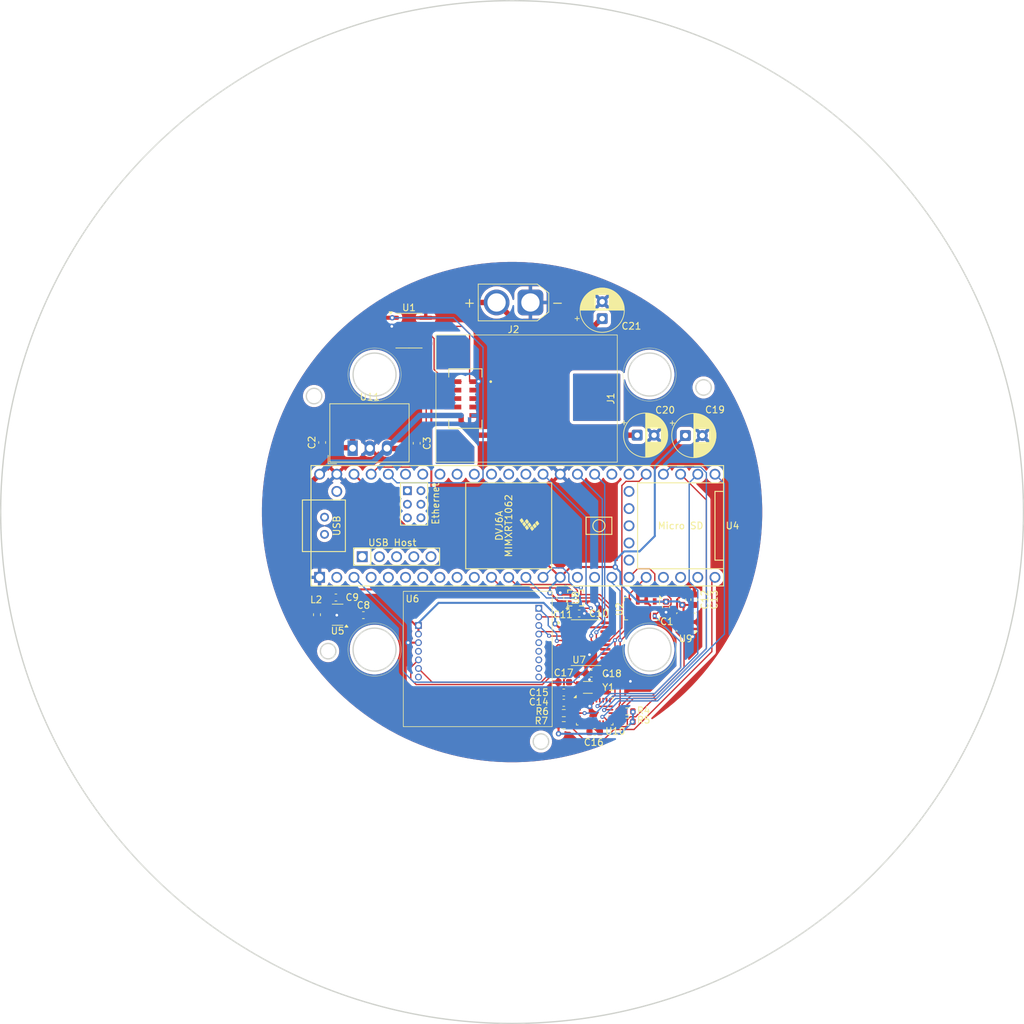
<source format=kicad_pcb>
(kicad_pcb (version 20241229) (generator "pcbnew") (generator_version "9.0")
  (layers (0 "F.Cu" signal) (2 "B.Cu" signal) (13 "F.Paste" user) (15 "B.Paste" user) (5 "F.SilkS" user "F.Silkscreen") (7 "B.SilkS" user "B.Silkscreen") (1 "F.Mask" user) (3 "B.Mask" user) (25 "Edge.Cuts" user))
  (net 0 "")
  (net 1 "+1V8")
  (net 2 "GND")
  (net 3 "+5V")
  (net 4 "+BATT")
  (net 7 "/CANL")
  (net 10 "/CANH")
  (net 13 "Net-(U5-SW)")
  (net 14 "/CANRX")
  (net 15 "/CS3")
  (net 16 "/MOSI0")
  (net 17 "/CANTX")
  (net 18 "Net-(U10-CAP)")
  (net 19 "Net-(U10-XIN32)")
  (net 27 "/CS2")
  (net 28 "/MISO1")
  (net 30 "/INT0")
  (net 32 "/WAKE3")
  (net 33 "+3V3")
  (net 35 "/CS0")
  (net 39 "/MOSI1")
  (net 41 "/SCK0")
  (net 52 "/INT2")
  (net 53 "/CS1")
  (net 54 "/BT3")
  (net 55 "/RST3")
  (net 57 "/MISO0")
  (net 58 "/SCK1")
  (net 62 "/INT3")
  (net 65 "/RST2")
  (net 68 "/SCK_1V8")
  (net 69 "/INT_1V8")
  (net 70 "/CS_1V8")
  (net 71 "/RST_1V8")
  (net 72 "/MOSI_1V8")
  (net 73 "/MISO_1V8")
  (net 83 "/BNO086/SCL")
  (net 84 "/BNO086/SDA")
  (net 85 "Net-(U10-XOUT32)")
  (footprint "Crystal:Crystal_SMD_3215-2Pin_3.2x1.5mm" (layer "F.Cu") (at 164.096 121.285 180)
    (property "Reference" "Y1")
    (property "Value" "32.768k")
  )
  (footprint "Capacitor_SMD:C_0603_1608Metric" (layer "F.Cu") (at 126.8675 108.011)
    (property "Reference" "C9")
    (property "Value" "10uF")
  )
  (footprint "Capacitor_SMD:C_0603_1608Metric" (layer "F.Cu") (at 160.02 108.077 90)
    (property "Reference" "C11")
    (property "Value" "100nF")
  )
  (footprint "Capacitor_SMD:C_0603_1608Metric" (layer "F.Cu") (at 165.112 127.889)
    (property "Reference" "C16")
    (property "Value" "100nF")
  )
  (footprint "Package_TO_SOT_SMD:SOT-23-5" (layer "F.Cu") (at 127.1215 110.551 180)
    (property "Reference" "U5")
    (property "Value" "TPS62202DBV")
  )
  (footprint "ACS_Footprint_Library:BHI360 Shuttle Board" (layer "F.Cu") (at 146.685 117.221 90)
    (property "Reference" "U6")
    (property "Value" "BHI360")
  )
  (footprint "Converter_DCDC:Converter_DCDC_RECOM_R-78E-0.5_THT" (layer "F.Cu") (at 129.336 85.942932)
    (property "Reference" "U11")
    (property "Value" "R-78E5.0-1.0")
  )
  (footprint "Capacitor_SMD:C_0603_1608Metric" (layer "F.Cu") (at 164.604 119.253 180)
    (property "Reference" "C18")
    (property "Value" "22pF")
  )
  (footprint "Connector_AMASS:AMASS_XT30U-M_1x02_P5.0mm_Vertical" (layer "F.Cu") (at 155.6112 64.4144 180)
    (property "Reference" "J2")
    (property "Value" "Conn_01x02")
  )
  (footprint "Package_LGA:LGA-8_3x5mm_P1.25mm" (layer "F.Cu") (at 172.095 109.66 -90)
    (property "Reference" "U2")
    (property "Value" "MS5611-01BA")
  )
  (footprint "Capacitor_SMD:C_0603_1608Metric" (layer "F.Cu") (at 124.841 85.103 90)
    (property "Reference" "C2")
    (property "Value" "10uF")
  )
  (footprint "Package_LGA:Bosch_LGA-8_2.5x2.5mm_P0.65mm_ClockwisePinNumbering" (layer "F.Cu") (at 178.562 111.633 180)
    (property "Reference" "U9")
    (property "Value" "BME280")
  )
  (footprint "Capacitor_SMD:C_0603_1608Metric" (layer "F.Cu") (at 138.811 85.217 90)
    (property "Reference" "C3")
    (property "Value" "10uF")
  )
  (footprint "Inductor_SMD:L_0603_1608Metric" (layer "F.Cu") (at 124.0735 110.551 90)
    (property "Reference" "L2")
    (property "Value" "10uH")
  )
  (footprint "Package_LGA:LGA-28_5.2x3.8mm_P0.5mm" (layer "F.Cu") (at 165.112 124.841)
    (property "Reference" "U10")
    (property "Value" "BNO086")
  )
  (footprint "Package_SO:TSSOP-20_4.4x6.5mm_P0.65mm" (layer "F.Cu") (at 163.83 114.681)
    (property "Reference" "U7")
    (property "Value" "TXS0108EPW")
  )
  (footprint "Capacitor_THT:CP_Radial_D6.3mm_P2.50mm" (layer "F.Cu") (at 178.5112 84.074)
    (property "Reference" "C19")
    (property "Value" "100uF")
  )
  (footprint "Package_SO:SOIC-8_3.9x4.9mm_P1.27mm" (layer "F.Cu") (at 137.668 68.58)
    (property "Reference" "U1")
    (property "Value" "SN65HVD230")
  )
  (footprint "ACS_Footprint_Library:Pulse-20" (layer "F.Cu") (at 145.995 78.613 -90)
    (property "Reference" "J1")
    (property "Value" "Pulse-20")
  )
  (footprint "Resistor_SMD:R_0603_1608Metric" (layer "F.Cu") (at 160.54 126.873)
    (property "Reference" "R7")
    (property "Value" "10k")
  )
  (footprint "Capacitor_SMD:C_0603_1608Metric" (layer "F.Cu") (at 179.832 108.331 90)
    (property "Reference" "C13")
    (property "Value" "100nF")
  )
  (footprint "Capacitor_SMD:C_0603_1608Metric" (layer "F.Cu") (at 160.54 122.047 180)
    (property "Reference" "C15")
    (property "Value" "100nF")
  )
  (footprint "Capacitor_SMD:C_0603_1608Metric" (layer "F.Cu") (at 130.9315 110.617)
    (property "Reference" "C8")
    (property "Value" "4.7uF")
  )
  (footprint "Capacitor_SMD:C_0603_1608Metric" (layer "F.Cu") (at 162.814 110.363)
    (property "Reference" "C10")
    (property "Value" "100nF")
  )
  (footprint "Capacitor_SMD:C_0603_1608Metric" (layer "F.Cu") (at 178.054 108.331 90)
    (property "Reference" "C12")
    (property "Value" "100nF")
  )
  (footprint "Resistor_SMD:R_0603_1608Metric" (layer "F.Cu") (at 169.926 124.841 180)
    (property "Reference" "R4")
    (property "Value" "4.7k")
  )
  (footprint "ACS_Footprint_Library:QFN10_BMP581_BOS" (layer "F.Cu") (at 162.306 108.077 90)
    (property "Reference" "U8")
    (property "Value" "BMP581")
  )
  (footprint "ACS_Footprint_Library:Teensy41" (layer "F.Cu") (at 153.67 97.409)
    (property "Reference" "U4")
    (property "Value" "Teensy4.1")
  )
  (footprint "Resistor_SMD:R_0603_1608Metric" (layer "F.Cu") (at 169.938 126.365 180)
    (property "Reference" "R5")
    (property "Value" "4.7k")
  )
  (footprint "Capacitor_SMD:C_0603_1608Metric" (layer "F.Cu") (at 175.651 109.406 -90)
    (property "Reference" "C1")
    (property "Value" "100nF")
  )
  (footprint "Capacitor_THT:CP_Radial_D6.3mm_P2.50mm" (layer "F.Cu") (at 166.2176 66.802 90)
    (property "Reference" "C21")
    (property "Value" "100uF")
  )
  (footprint "Capacitor_SMD:C_0603_1608Metric" (layer "F.Cu") (at 160.54 123.571 180)
    (property "Reference" "C14")
    (property "Value" "100nF")
  )
  (footprint "Capacitor_SMD:C_0603_1608Metric" (layer "F.Cu") (at 160.54 120.523 180)
    (property "Reference" "C17")
    (property "Value" "22pF")
  )
  (footprint "Capacitor_THT:CP_Radial_D6.3mm_P2.50mm" (layer "F.Cu") (at 171.385221 84.0232)
    (property "Reference" "C20")
    (property "Value" "100uF")
  )
  (footprint "Resistor_SMD:R_0603_1608Metric" (layer "F.Cu") (at 160.54 125.095)
    (property "Reference" "R6")
    (property "Value" "10k")
  )
  (gr_circle (center 132.58 75.065) (end 132.58 71.128) (stroke (width 0.05)) (fill no) (layer "F.SilkS"))
  (gr_circle (center 173.22 115.705) (end 173.22 111.768) (stroke (width 0.05)) (fill no) (layer "F.SilkS"))
  (gr_circle (center 132.58 115.705) (end 132.58 111.768) (stroke (width 0.05)) (fill no) (layer "F.SilkS"))
  (gr_circle (center 173.22 75.065) (end 173.22 79.002) (stroke (width 0.05)) (fill no) (layer "F.SilkS"))
  (gr_circle (center 152.9 95.385) (end 228.465 95.385) (stroke (width 0.2)) (fill no) (layer "Edge.Cuts"))
  (gr_circle (center 173.22 75.065) (end 176.395 75.065) (stroke (width 0.2)) (fill no) (layer "Edge.Cuts"))
  (gr_circle (center 132.58 115.705) (end 135.755 115.705) (stroke (width 0.2)) (fill no) (layer "Edge.Cuts"))
  (gr_circle (center 157.1672 129.294) (end 158.3102 129.294) (stroke (width 0.2)) (fill no) (layer "Edge.Cuts"))
  (gr_circle (center 132.58 75.065) (end 135.755 75.065) (stroke (width 0.2)) (fill no) (layer "Edge.Cuts"))
  (gr_circle (center 173.22 115.705) (end 176.395 115.705) (stroke (width 0.2)) (fill no) (layer "Edge.Cuts"))
  (gr_circle (center 123.6392 78.24) (end 124.7822 78.24) (stroke (width 0.2)) (fill no) (layer "Edge.Cuts"))
  (gr_circle (center 181.1956 76.97) (end 182.3386 76.97) (stroke (width 0.2)) (fill no) (layer "Edge.Cuts"))
  (gr_circle (center 125.722 115.9336) (end 126.865 115.9336) (stroke (width 0.2)) (fill no) (layer "Edge.Cuts"))
  (segment (start 162.56 113.337734) (end 161.628266 112.406) (width 0.3) (layer "F.Cu") (net 1))
  (segment (start 162.56 116.674266) (end 162.56 113.337734) (width 0.3) (layer "F.Cu") (net 1))
  (segment (start 160.9675 117.606) (end 161.628266 117.606) (width 0.3) (layer "F.Cu") (net 1))
  (segment (start 161.628266 112.406) (end 160.9675 112.406) (width 0.3) (layer "F.Cu") (net 1))
  (segment (start 159.777 112.406) (end 160.9675 112.406) (width 0.3) (layer "F.Cu") (net 1))
  (segment (start 161.628266 117.606) (end 162.56 116.674266) (width 0.3) (layer "F.Cu") (net 1))
  (segment (start 133.35 106.807) (end 127.2965 106.807) (width 0.3) (layer "F.Cu") (net 1))
  (segment (start 125.984 109.601) (end 124.236 109.601) (width 0.3) (layer "F.Cu") (net 1))
  (segment (start 139.065 112.141) (end 139.065 113.411) (width 0.3) (layer "F.Cu") (net 1))
  (segment (start 139.065 112.141) (end 138.684 112.141) (width 0.3) (layer "F.Cu") (net 1))
  (segment (start 159.258 111.887) (end 159.777 112.406) (width 0.3) (layer "F.Cu") (net 1))
  (segment (start 127.2965 106.807) (end 126.0925 108.011) (width 0.3) (layer "F.Cu") (net 1))
  (segment (start 138.684 112.141) (end 133.35 106.807) (width 0.3) (layer "F.Cu") (net 1))
  (segment (start 124.236 109.601) (end 124.0735 109.7635) (width 0.3) (layer "F.Cu") (net 1))
  (segment (start 125.984 109.601) (end 125.984 108.1195) (width 0.3) (layer "F.Cu") (net 1))
  (segment (start 125.984 108.1195) (end 126.0925 108.011) (width 0.3) (layer "F.Cu") (net 1))
  (via (at 159.258 111.887) (size 0.8) (drill 0.4) (layers "F.Cu" "B.Cu") (net 1))
  (segment (start 142.0274 108.7976) (end 139.065 111.76) (width 0.3) (layer "B.Cu") (net 1))
  (segment (start 159.258 111.887) (end 159.258 110.49) (width 0.3) (layer "B.Cu") (net 1))
  (segment (start 157.5656 108.7976) (end 142.0274 108.7976) (width 0.3) (layer "B.Cu") (net 1))
  (segment (start 159.258 110.49) (end 157.5656 108.7976) (width 0.3) (layer "B.Cu") (net 1))
  (segment (start 139.065 111.76) (end 139.065 112.141) (width 0.3) (layer "B.Cu") (net 1))
  (segment (start 173.6236 111.633) (end 173.2984 111.3078) (width 0.3) (layer "F.Cu") (net 2))
  (segment (start 179.537 111.6398) (end 179.537 112.658) (width 0.3) (layer "F.Cu") (net 2))
  (segment (start 164.352067 124.091) (end 162.7245 124.091) (width 0.3) (layer "F.Cu") (net 2))
  (segment (start 179.537 113.751) (end 179.578 113.792) (width 0.3) (layer "F.Cu") (net 2))
  (segment (start 177.292 110.617) (end 176.087 110.617) (width 0.3) (layer "F.Cu") (net 2))
  (segment (start 127.066 110.551) (end 127 110.617) (width 0.3) (layer "F.Cu") (net 2))
  (segment (start 164.862 126.5035) (end 164.862 127.141) (width 0.3) (layer "F.Cu") (net 2))
  (segment (start 165.091999 108.576999) (end 165.481 108.966) (width 0.3) (layer "F.Cu") (net 2))
  (segment (start 161.532999 107.577001) (end 161.532999 108.077) (width 0.3) (layer "F.Cu") (net 2))
  (segment (start 165.61 127.889) (end 165.887 127.889) (width 0.3) (layer "F.Cu") (net 2))
  (segment (start 164.374665 124.068402) (end 164.374665 125.004665) (width 0.3) (layer "F.Cu") (net 2))
  (segment (start 177.578 110.617) (end 177.292 110.617) (width 0.3) (layer "F.Cu") (net 2))
  (segment (start 161.532999 107.577001) (end 160.295001 107.577001) (width 0.3) (layer "F.Cu") (net 2))
  (segment (start 175.651 110.181) (end 175.651 110.353) (width 0.3) (layer "F.Cu") (net 2))
  (segment (start 164.862 127.141) (end 165.61 127.889) (width 0.3) (layer "F.Cu") (net 2))
  (segment (start 177.2756 110.6006) (end 177.292 110.617) (width 0.3) (layer "F.Cu") (net 2))
  (segment (start 164.862 123.590663) (end 164.862 123.1785) (width 0.3) (layer "F.Cu") (net 2))
  (segment (start 133.477 110.617) (end 131.7065 110.617) (width 0.3) (layer "F.Cu") (net 2))
  (segment (start 175.651 110.353) (end 174.371 111.633) (width 0.3) (layer "F.Cu") (net 2))
  (segment (start 163.829 119.253) (end 163.829 119.633) (width 0.3) (layer "F.Cu") (net 2))
  (segment (start 179.537 112.658) (end 179.537 113.751) (width 0.3) (layer "F.Cu") (net 2))
  (segment (start 173.2984 111.3078) (end 173.2984 109.1634) (width 0.3) (layer "F.Cu") (net 2))
  (segment (start 178.887 110.608) (end 178.887 110.9898) (width 0.3) (layer "F.Cu") (net 2))
  (segment (start 135.193 67.945) (end 135.128 67.945) (width 0.3) (layer "F.Cu") (net 2))
  (segment (start 147.994 76.112) (end 147.955 76.073) (width 0.3) (layer "F.Cu") (net 2))
  (segment (start 163.829 119.633) (end 164.338 120.142) (width 0.3) (layer "F.Cu") (net 2))
  (segment (start 128.259 110.551) (end 127.066 110.551) (width 0.3) (layer "F.Cu") (net 2))
  (segment (start 175.651 110.181) (end 175.829288 110.181) (width 0.3) (layer "F.Cu") (net 2))
  (segment (start 163.079001 108.576999) (end 165.091999 108.576999) (width 0.3) (layer "F.Cu") (net 2))
  (segment (start 163.589 110.363) (end 163.576 110.363) (width 0.3) (layer "F.Cu") (net 2))
  (segment (start 164.374665 124.068402) (end 164.352067 124.091) (width 0.3) (layer "F.Cu") (net 2))
  (segment (start 137.541 114.681) (end 133.477 110.617) (width 0.3) (layer "F.Cu") (net 2))
  (segment (start 164.862 125.492) (end 164.862 126.5035) (width 0.3) (layer "F.Cu") (net 2))
  (segment (start 164.374665 124.068402) (end 164.384261 124.068402) (width 0.3) (layer "F.Cu") (net 2))
  (segment (start 177.587 110.608) (end 177.578 110.617) (width 0.3) (layer "F.Cu") (net 2))
  (segment (start 173.2984 109.1634) (end 172.72 108.585) (width 0.3) (layer "F.Cu") (net 2))
  (segment (start 166.6925 117.606) (end 165.485 117.606) (width 0.3) (layer "F.Cu") (net 2))
  (segment (start 160.295001 107.577001) (end 160.02 107.302) (width 0.3) (layer "F.Cu") (net 2))
  (segment (start 178.887 110.9898) (end 179.537 111.6398) (width 0.3) (layer "F.Cu") (net 2))
  (segment (start 164.384261 124.068402) (end 164.862 123.590663) (width 0.3) (layer "F.Cu") (net 2))
  (segment (start 164.374665 125.004665) (end 164.862 125.492) (width 0.3) (layer "F.Cu") (net 2))
  (segment (start 165.485 117.606) (end 164.338 116.459) (width 0.3) (layer "F.Cu") (net 2))
  (segment (start 147.994 76.113) (end 147.994 76.112) (width 0.3) (layer "F.Cu") (net 2))
  (segment (start 176.087 110.617) (end 175.651 110.181) (width 0.3) (layer "F.Cu") (net 2))
  (segment (start 177.2756 108.3344) (end 177.2756 110.6006) (width 0.3) (layer "F.Cu") (net 2))
  (segment (start 174.371 111.633) (end 173.6236 111.633) (width 0.3) (layer "F.Cu") (net 2))
  (segment (start 178.054 107.556) (end 177.2756 108.3344) (width 0.3) (layer "F.Cu") (net 2))
  (segment (start 139.065 114.681) (end 137.541 114.681) (width 0.3) (layer "F.Cu") (net 2))
  (via (at 135.128 67.945) (size 0.8) (drill 0.4) (layers "F.Cu" "B.Cu") (net 2))
  (via (at 170.3832 120.396) (size 0.8) (drill 0.4) (layers "F.Cu" "B.Cu") (net 2))
  (via (at 165.481 108.966) (size 0.8) (drill 0.4) (layers "F.Cu" "B.Cu") (net 2))
  (via (at 164.338 120.142) (size 0.8) (drill 0.4) (layers "F.Cu" "B.Cu") (net 2))
  (via (at 179.578 113.792) (size 0.8) (drill 0.4) (layers "F.Cu" "B.Cu") (net 2))
  (via (at 147.955 76.073) (size 0.8) (drill 0.4) (layers "F.Cu" "B.Cu") (net 2))
  (via (at 164.374665 124.068402) (size 0.8) (drill 0.4) (layers "F.Cu" "B.Cu") (net 2))
  (via (at 175.651 110.181) (size 0.8) (drill 0.4) (layers "F.Cu" "B.Cu") (net 2))
  (via (at 164.338 116.459) (size 0.8) (drill 0.4) (layers "F.Cu" "B.Cu") (net 2))
  (via (at 163.576 110.363) (size 0.8) (drill 0.4) (layers "F.Cu" "B.Cu") (net 2))
  (via (at 167.005 119.507) (size 0.8) (drill 0.4) (layers "F.Cu" "B.Cu") (net 2))
  (via (at 137.541 114.681) (size 0.8) (drill 0.4) (layers "F.Cu" "B.Cu") (net 2))
  (via (at 127 110.617) (size 0.8) (drill 0.4) (layers "F.Cu" "B.Cu") (net 2))
  (via (at 160.02 107.302) (size 0.8) (drill 0.4) (layers "F.Cu" "B.Cu") (net 2))
  (segment (start 162.941 107.858663) (end 162.941 109.728) (width 0.3) (layer "B.Cu") (net 2))
  (segment (start 162.941 109.728) (end 163.576 110.363) (width 0.3) (layer "B.Cu") (net 2))
  (segment (start 162.384337 107.302) (end 162.941 107.858663) (width 0.3) (layer "B.Cu") (net 2))
  (segment (start 160.02 107.302) (end 162.384337 107.302) (width 0.3) (layer "B.Cu") (net 2))
  (segment (start 122.174 111.079364) (end 122.174 92.075) (width 0.8) (layer "F.Cu") (net 3))
  (segment (start 124.479 89.77) (end 124.46 89.789) (width 0.8) (layer "F.Cu") (net 3))
  (segment (start 134.465068 85.992) (end 134.416 85.942932) (width 0.8) (layer "F.Cu") (net 3))
  (segment (start 138.787932 86.069932) (end 138.811 86.093) (width 0.8) (layer "F.Cu") (net 3))
  (segment (start 129.1405 109.601) (end 130.1565 110.617) (width 0.8) (layer "F.Cu") (net 3))
  (segment (start 138.811 85.992) (end 134.465068 85.992) (width 0.8) (layer "F.Cu") (net 3))
  (segment (start 128.259 109.601) (end 129.1405 109.601) (width 0.8) (layer "F.Cu") (net 3))
  (segment (start 145.37 82.124) (end 147.2692 84.0232) (width 0.8) (layer "F.Cu") (net 3))
  (segment (start 128.259 111.501) (end 129.2725 111.501) (width 0.8) (layer "F.Cu") (net 3))
  (segment (start 129.2725 111.501) (end 130.1565 110.617) (width 0.8) (layer "F.Cu") (net 3))
  (segment (start 145.37 81.113) (end 145.37 82.124) (width 0.8) (layer "F.Cu") (net 3))
  (segment (start 128.259 111.501) (end 127.238 112.522) (width 0.8) (layer "F.Cu") (net 3))
  (segment (start 147.2692 84.0232) (end 171.385221 84.0232) (width 0.8) (layer "F.Cu") (net 3))
  (segment (start 124.714 89.789) (end 124.46 89.789) (width 0.8) (layer "F.Cu") (net 3))
  (segment (start 127.238 112.522) (end 123.616636 112.522) (width 0.8) (layer "F.Cu") (net 3))
  (segment (start 123.616636 112.522) (end 122.174 111.079364) (width 0.8) (layer "F.Cu") (net 3))
  (segment (start 122.174 92.075) (end 124.46 89.789) (width 0.8) (layer "F.Cu") (net 3))
  (segment (start 126.238 88.011) (end 124.46 89.789) (width 0.8) (layer "B.Cu") (net 3))
  (segment (start 134.416 85.942932) (end 132.347932 88.011) (width 0.8) (layer "B.Cu") (net 3))
  (segment (start 139.2574 81.113) (end 145.37 81.113) (width 0.8) (layer "B.Cu") (net 3))
  (segment (start 134.427468 85.942932) (end 139.2574 81.113) (width 0.8) (layer "B.Cu") (net 3))
  (segment (start 132.347932 88.011) (end 126.238 88.011) (width 0.8) (layer "B.Cu") (net 3))
  (segment (start 134.416 85.942932) (end 134.427468 85.942932) (width 0.8) (layer "B.Cu") (net 3))
  (segment (start 128.004 77.585) (end 129.336 78.917) (width 0.8) (layer "F.Cu") (net 4))
  (segment (start 129.271068 85.878) (end 129.336 85.942932) (width 0.8) (layer "F.Cu") (net 4))
  (segment (start 166.2176 66.7004) (end 164.8968 68.0212) (width 0.8) (layer "F.Cu") (net 4))
  (segment (start 128.004 71.005) (end 128.004 77.585) (width 0.8) (layer "F.Cu") (net 4))
  (segment (start 164.8968 68.0212) (end 154.218 68.0212) (width 0.8) (layer "F.Cu") (net 4))
  (segment (start 150.6112 64.4144) (end 134.5946 64.4144) (width 0.8) (layer "F.Cu") (net 4))
  (segment (start 134.5946 64.4144) (end 128.004 71.005) (width 0.8) (layer "F.Cu") (net 4))
  (segment (start 124.841 85.878) (end 129.271068 85.878) (width 0.8) (layer "F.Cu") (net 4))
  (segment (start 129.336 78.917) (end 129.336 85.942932) (width 0.8) (layer "F.Cu") (net 4))
  (segment (start 154.218 68.0212) (end 150.6112 64.4144) (width 0.8) (layer "F.Cu") (net 4))
  (segment (start 145.37 76.113) (end 143.169 76.113) (width 0.2) (layer "F.Cu") (net 7))
  (segment (start 141.3764 74.3204) (end 141.3764 69.7484) (width 0.2) (layer "F.Cu") (net 7))
  (segment (start 141.3764 69.7484) (end 140.843 69.215) (width 0.2) (layer "F.Cu") (net 7))
  (segment (start 140.843 69.215) (end 140.143 69.215) (width 0.2) (layer "F.Cu") (net 7))
  (segment (start 143.169 76.113) (end 141.3764 74.3204) (width 0.2) (layer "F.Cu") (net 7))
  (segment (start 145.5166 67.945) (end 140.143 67.945) (width 0.2) (layer "F.Cu") (net 10))
  (segment (start 146.62 76.113) (end 146.62 69.0484) (width 0.2) (layer "F.Cu") (net 10))
  (segment (start 146.62 69.0484) (end 145.5166 67.945) (width 0.2) (layer "F.Cu") (net 10))
  (segment (start 125.984 111.501) (end 124.236 111.501) (width 0.2) (layer "F.Cu") (net 13))
  (segment (start 124.236 111.501) (end 124.0735 111.3385) (width 0.2) (layer "F.Cu") (net 13))
  (segment (start 140.208 87.376) (end 138.8484 88.7356) (width 0.2) (layer "F.Cu") (net 14))
  (segment (start 135.193 70.485) (end 135.763 70.485) (width 0.2) (layer "F.Cu") (net 14))
  (segment (start 140.208 74.93) (end 140.208 87.376) (width 0.2) (layer "F.Cu") (net 14))
  (segment (start 133.1334 88.7356) (end 132.08 89.789) (width 0.2) (layer "F.Cu") (net 14))
  (segment (start 138.8484 88.7356) (end 133.1334 88.7356) (width 0.2) (layer "F.Cu") (net 14))
  (segment (start 135.763 70.485) (end 140.208 74.93) (width 0.2) (layer "F.Cu") (net 14))
  (segment (start 167.4995 124.591) (end 166.5494 124.591) (width 0.2) (layer "F.Cu") (net 15))
  (segment (start 166.5494 124.591) (end 166.497 124.6434) (width 0.2) (layer "F.Cu") (net 15))
  (via (at 166.497 124.6434) (size 0.6) (drill 0.3) (layers "F.Cu" "B.Cu") (net 15))
  (segment (start 181.61 89.569267) (end 180.776333 88.7356) (width 0.2) (layer "B.Cu") (net 15))
  (segment (start 181.61 115.561783) (end 181.61 89.569267) (width 0.2) (layer "B.Cu") (net 15))
  (segment (start 168.2044 122.936) (end 174.235783 122.936) (width 0.2) (layer "B.Cu") (net 15))
  (segment (start 176.3134 88.7356) (end 175.26 89.789) (width 0.2) (layer "B.Cu") (net 15))
  (segment (start 174.235783 122.936) (end 181.61 115.561783) (width 0.2) (layer "B.Cu") (net 15))
  (segment (start 166.497 124.6434) (end 168.2044 122.936) (width 0.2) (layer "B.Cu") (net 15))
  (segment (start 180.776333 88.7356) (end 176.3134 88.7356) (width 0.2) (layer "B.Cu") (net 15))
  (segment (start 167.429999 113.056) (end 167.6834 112.802599) (width 0.2) (layer "F.Cu") (net 16))
  (segment (start 163.079001 108.077) (end 162.306 108.077) (width 0.2) (layer "F.Cu") (net 16))
  (segment (start 166.6925 113.056) (end 167.429999 113.056) (width 0.2) (layer "F.Cu") (net 16))
  (segment (start 167.6834 112.802599) (end 167.6834 110.0254) (width 0.2) (layer "F.Cu") (net 16))
  (segment (start 167.6834 110.0254) (end 165.735 108.077) (width 0.2) (layer "F.Cu") (net 16))
  (segment (start 165.735 108.077) (end 163.079001 108.077) (width 0.2) (layer "F.Cu") (net 16))
  (via (at 162.306 108.077) (size 0.6) (drill 0.3) (layers "F.Cu" "B.Cu") (net 16))
  (segment (start 162.306 108.077) (end 157.988 108.077) (width 0.2) (layer "B.Cu") (net 16))
  (segment (start 157.988 108.077) (end 154.94 105.029) (width 0.2) (layer "B.Cu") (net 16))
  (via (at 135.193 66.675) (size 0.8) (drill 0.4) (layers "F.Cu" "B.Cu") (net 17))
  (segment (start 148.6084 90.2786) (end 148.6084 71.0368) (width 0.2) (layer "B.Cu") (net 17))
  (segment (start 148.6084 71.0368) (end 144.2466 66.675) (width 0.2) (layer "B.Cu") (net 17))
  (segment (start 134.62 89.789) (end 135.89 91.059) (width 0.2) (layer "B.Cu") (net 17))
  (segment (start 135.89 91.059) (end 147.828 91.059) (width 0.2) (layer "B.Cu") (net 17))
  (segment (start 144.2466 66.675) (end 135.193 66.675) (width 0.2) (layer "B.Cu") (net 17))
  (segment (start 147.828 91.059) (end 148.6084 90.2786) (width 0.2) (layer "B.Cu") (net 17))
  (segment (start 164.362 126.5035) (end 164.362 127.864) (width 0.2) (layer "F.Cu") (net 18))
  (segment (start 164.362 127.864) (end 164.337 127.889) (width 0.2) (layer "F.Cu") (net 18))
  (segment (start 163.862 122.301) (end 163.862 123.1785) (width 0.2) (layer "F.Cu") (net 19))
  (segment (start 162.846 121.285) (end 163.862 122.301) (width 0.2) (layer "F.Cu") (net 19))
  (segment (start 161.315 120.523) (end 162.084 120.523) (width 0.2) (layer "F.Cu") (net 19))
  (segment (start 162.084 120.523) (end 162.846 121.285) (width 0.2) (layer "F.Cu") (net 19))
  (segment (start 166.6925 114.356) (end 167.282556 114.356) (width 0.2) (layer "F.Cu") (net 27))
  (segment (start 169.1266 112.511956) (end 169.1266 91.459467) (width 0.2) (layer "F.Cu") (net 27))
  (segment (start 167.282556 114.356) (end 169.1266 112.511956) (width 0.2) (layer "F.Cu") (net 27))
  (segment (start 169.1266 91.459467) (end 169.743667 90.8424) (width 0.2) (layer "F.Cu") (net 27))
  (segment (start 169.743667 90.8424) (end 171.6666 90.8424) (width 0.2) (layer "F.Cu") (net 27))
  (segment (start 171.6666 90.8424) (end 172.72 89.789) (width 0.2) (layer "F.Cu") (net 27))
  (segment (start 168.103601 114.293599) (end 171.47 110.9272) (width 0.2) (layer "F.Cu") (net 28))
  (segment (start 168.103601 114.316167) (end 168.103601 114.293599) (width 0.2) (layer "F.Cu") (net 28))
  (segment (start 171.47 110.9272) (end 171.47 110.735) (width 0.2) (layer "F.Cu") (net 28))
  (segment (start 168.103601 122.436899) (end 167.362 123.1785) (width 0.2) (layer "F.Cu") (net 28))
  (segment (start 168.103601 114.316167) (end 168.103601 122.436899) (width 0.2) (layer "F.Cu") (net 28))
  (via (at 168.103601 114.316167) (size 0.6) (drill 0.3) (layers "F.Cu" "B.Cu") (net 28))
  (segment (start 136.779 112.268) (end 129.54 105.029) (width 0.2) (layer "B.Cu") (net 28))
  (segment (start 138.371931 120.5144) (end 136.779 118.921469) (width 0.2) (layer "B.Cu") (net 28))
  (segment (start 136.779 118.921469) (end 136.779 112.268) (width 0.2) (layer "B.Cu") (net 28))
  (segment (start 161.8828 120.5144) (end 138.371931 120.5144) (width 0.2) (layer "B.Cu") (net 28))
  (segment (start 168.081033 114.316167) (end 161.8828 120.5144) (width 0.2) (layer "B.Cu") (net 28))
  (segment (start 168.103601 114.316167) (end 168.081033 114.316167) (width 0.2) (layer "B.Cu") (net 28))
  (segment (start 151.4296 106.5986) (end 149.86 105.029) (width 0.2) (layer "F.Cu") (net 30))
  (segment (start 161.337901 106.5986) (end 151.4296 106.5986) (width 0.2) (layer "F.Cu") (net 30))
  (segment (start 162.056 107.316699) (end 161.337901 106.5986) (width 0.2) (layer "F.Cu") (net 30))
  (segment (start 161.7345 126.5035) (end 161.365 126.873) (width 0.2) (layer "F.Cu") (net 32))
  (segment (start 167.9575 127.508) (end 170.9166 127.508) (width 0.2) (layer "F.Cu") (net 32))
  (segment (start 163.397 128.905) (end 166.5605 128.905) (width 0.2) (layer "F.Cu") (net 32))
  (segment (start 166.5605 128.905) (end 167.9575 127.508) (width 0.2) (layer "F.Cu") (net 32))
  (segment (start 182.4228 105.4862) (end 182.88 105.029) (width 0.2) (layer "F.Cu") (net 32))
  (segment (start 170.9166 127.508) (end 182.4228 116.0018) (width 0.2) (layer "F.Cu") (net 32))
  (segment (start 161.365 126.873) (end 163.397 128.905) (width 0.2) (layer "F.Cu") (net 32))
  (segment (start 162.862 126.5035) (end 161.7345 126.5035) (width 0.2) (layer "F.Cu") (net 32))
  (segment (start 182.4228 116.0018) (end 182.4228 105.4862) (width 0.2) (layer "F.Cu") (net 32))
  (segment (start 161.4805 126.5035) (end 161.365 126.619) (width 0.2) (layer "F.Cu") (net 32))
  (segment (start 161.239 123.571) (end 159.715 125.095) (width 0.3) (layer "F.Cu") (net 33))
  (segment (start 161.315 123.571) (end 161.239 123.571) (width 0.3) (layer "F.Cu") (net 33))
  (segment (start 174.016 108.631) (end 173.97 108.585) (width 0.3) (layer "F.Cu") (net 33))
  (segment (start 178.237 110.9898) (end 178.237 110.608) (width 0.3) (layer "F.Cu") (net 33))
  (segment (start 179.537 110.608) (end 179.537 109.401) (width 0.3) (layer "F.Cu") (net 33))
  (segment (start 143.51 97.679) (end 152.67 97.679) (width 0.3) (layer "F.Cu") (net 33))
  (segment (start 179.832 109.106) (end 178.054 109.106) (width 0.3) (layer "F.Cu") (net 33))
  (segment (start 162.039 110.363) (end 160.782 110.363) (width 0.3) (layer "F.Cu") (net 33))
  (segment (start 160.5616 120.047896) (end 160.5616 121.2936) (width 0.3) (layer "F.Cu") (net 33))
  (segment (start 166.6925 112.406) (end 164.084 112.406) (width 0.3) (layer "F.Cu") (net 33))
  (segment (start 160.02 108.852) (end 159.2416 108.0736) (width 0.3) (layer "F.Cu") (net 33))
  (segment (start 164.084 112.406) (end 164.082 112.406) (width 0.3) (layer "F.Cu") (net 33))
  (segment (start 159.2416 108.0736) (end 159.2416 108.0606) (width 0.3) (layer "F.Cu") (net 33))
  (segment (start 160.782 110.363) (end 160.02 109.601) (width 0.3) (layer "F.Cu") (net 33))
  (segment (start 161.544 103.505) (end 160.02 105.029) (width 0.3) (layer "F.Cu") (net 33))
  (segment (start 135.193 69.215) (end 135.786999 69.215) (width 0.3) (layer "F.Cu") (net 33))
  (segment (start 160.5616 121.2936) (end 161.315 122.047) (width 0.3) (layer "F.Cu") (net 33))
  (segment (start 140.97 95.139) (end 143.51 97.679) (width 0.3) (layer "F.Cu") (net 33))
  (segment (start 162.4421 125.8734) (end 160.7984 125.8734) (width 0.3) (layer "F.Cu") (net 33))
  (segment (start 160.295001 108.576999) (end 160.02 108.852) (width 0.3) (layer "F.Cu") (net 33))
  (segment (start 159.766 128.143) (end 159.766 126.924) (width 0.3) (layer "F.Cu") (net 33))
  (segment (start 178.887 111.6398) (end 178.237 110.9898) (width 0.3) (layer "F.Cu") (net 33))
  (segment (start 163.195 113.295) (end 163.195 117.414496) (width 0.3) (layer "F.Cu") (net 33))
  (segment (start 170.763 126.365) (end 170.688 126.365) (width 0.3) (layer "F.Cu") (net 33))
  (segment (start 163.362 123.1785) (end 163.362 122.541) (width 0.3) (layer "F.Cu") (net 33))
  (segment (start 178.237 110.608) (end 178.237 109.289) (width 0.3) (layer "F.Cu") (net 33))
  (segment (start 152.67 97.679) (end 160.02 105.029) (width 0.3) (layer "F.Cu") (net 33))
  (segment (start 163.362 122.541) (end 163.3586 122.5376) (width 0.3) (layer "F.Cu") (net 33))
  (segment (start 164.084 112.406) (end 163.195 113.295) (width 0.3) (layer "F.Cu") (net 33))
  (segment (start 159.766 126.924) (end 159.715 126.873) (width 0.3) (layer "F.Cu") (net 33))
  (segment (start 161.315 122.5376) (end 161.315 123.571) (width 0.3) (layer "F.Cu") (net 33))
  (segment (start 178.887 112.658) (end 178.887 111.6398) (width 0.3) (layer "F.Cu") (net 33))
  (segment (start 160.7984 125.8734) (end 160.02 125.095) (width 0.3) (layer "F.Cu") (net 33))
  (segment (start 170.751 124.841) (end 170.751 124.904) (width 0.3) (layer "F.Cu") (net 33))
  (segment (start 162.056 108.837301) (end 162.056 110.346) (width 0.3) (layer "F.Cu") (net 33))
  (segment (start 160.02 109.601) (end 160.02 108.852) (width 0.3) (layer "F.Cu") (net 33))
  (segment (start 161.315 123.7528) (end 162.1532 124.591) (width 0.3) (layer "F.Cu") (net 33))
  (segment (start 162.056 110.346) (end 162.039 110.363) (width 0.3) (layer "F.Cu") (net 33))
  (segment (start 178.237 109.289) (end 178.054 109.106) (width 0.3) (layer "F.Cu") (net 33))
  (segment (start 140.97 74.398001) (end 140.97 95.139) (width 0.3) (layer "F.Cu") (net 33))
  (segment (start 162.7245 125.591) (end 162.4421 125.8734) (width 0.3) (layer "F.Cu") (net 33))
  (segment (start 161.315 123.571) (end 161.315 123.7528) (width 0.3) (layer "F.Cu") (net 33))
  (segment (start 168.148 103.505) (end 161.544 103.505) (width 0.3) (layer "F.Cu") (net 33))
  (segment (start 129.54 89.789) (end 137.43 97.679) (width 0.3) (layer "F.Cu") (net 33))
  (segment (start 170.751 124.904) (end 170.762731 124.915731) (width 0.3) (layer "F.Cu") (net 33))
  (segment (start 163.195 117.414496) (end 160.5616 120.047896) (width 0.3) (layer "F.Cu") (net 33))
  (segment (start 163.3586 122.5376) (end 161.315 122.5376) (width 0.3) (layer "F.Cu") (net 33))
  (segment (start 159.715 125.095) (end 159.715 126.873) (width 0.3) (layer "F.Cu") (net 33))
  (segment (start 162.1532 124.591) (end 162.7245 124.591) (width 0.3) (layer "F.Cu") (net 33))
  (segment (start 135.786999 69.215) (end 140.97 74.398001) (width 0.3) (layer "F.Cu") (net 33))
  (segment (start 161.532999 108.576999) (end 160.295001 108.576999) (width 0.3) (layer "F.Cu") (net 33))
  (segment (start 161.315 122.047) (end 161.315 123.571) (width 0.3) (layer "F.Cu") (net 33))
  (segment (start 137.43 97.679) (end 143.51 97.679) (width 0.3) (layer "F.Cu") (net 33))
  (segment (start 179.537 109.401) (end 179.832 109.106) (width 0.3) (layer "F.Cu") (net 33))
  (segment (start 175.651 108.631) (end 174.016 108.631) (width 0.3) (layer "F.Cu") (net 33))
  (segment (start 164.082 112.406) (end 162.039 110.363) (width 0.3) (layer "F.Cu") (net 33))
  (segment (start 160.02 125.095) (end 159.715 125.095) (width 0.3) (layer "F.Cu") (net 33))
  (segment (start 159.2416 108.0606) (end 158.496 107.315) (width 0.3) (layer "F.Cu") (net 33))
  (via (at 175.651 108.631) (size 0.8) (drill 0.4) (layers "F.Cu" "B.Cu") (net 33))
  (via (at 168.148 103.505) (size 0.8) (drill 0.4) (layers "F.Cu" "B.Cu") (net 33))
  (via (at 170.688 126.365) (size 0.8) (drill 0.4) (layers "F.Cu" "B.Cu") (net 33))
  (via (at 158.496 107.315) (size 0.8) (drill 0.4) (layers "F.Cu" "B.Cu") (net 33))
  (via (at 178.054 109.106) (size 0.8) (drill 0.4) (layers "F.Cu" "B.Cu") (net 33))
  (via (at 170.762731 124.915731) (size 0.8) (drill 0.4) (layers "F.Cu" "B.Cu") (net 33))
  (via (at 159.766 128.143) (size 0.8) (drill 0.4) (layers "F.Cu" "B.Cu") (net 33))
  (segment (start 158.496 106.553) (end 160.02 105.029) (width 0.3) (layer "B.Cu") (net 33))
  (segment (start 169.4688 101.1936) (end 171.7294 101.1936) (width 0.3) (layer "B.Cu") (net 33))
  (segment (start 173.99 88.5952) (end 178.5112 84.074) (width 0.3) (layer "B.Cu") (net 33))
  (segment (start 170.688 126.365) (end 168.91 128.143) (width 0.3) (layer "B.Cu") (net 33))
  (segment (start 177.546 108.585) (end 175.697 108.585) (width 0.3) (layer "B.Cu") (net 33))
  (segment (start 178.054 109.093) (end 177.546 108.585) (width 0.3) (layer "B.Cu") (net 33))
  (segment (start 168.91 128.143) (end 159.766 128.143) (width 0.3) (layer "B.Cu") (net 33))
  (segment (start 170.762731 126.290269) (end 170.688 126.365) (width 0.3) (layer "B.Cu") (net 33))
  (segment (start 171.7294 101.1936) (end 173.99 98.933) (width 0.3) (layer "B.Cu") (net 33))
  (segment (start 168.91 104.267) (end 168.91 106.045) (width 0.3) (layer "B.Cu") (net 33))
  (segment (start 168.91 106.045) (end 171.496 108.631) (width 0.3) (layer "B.Cu") (net 33))
  (segment (start 168.148 103.505) (end 168.148 102.5144) (width 0.3) (layer "B.Cu") (net 33))
  (segment (start 171.496 108.631) (end 175.651 108.631) (width 0.3) (layer "B.Cu") (net 33))
  (segment (start 173.99 98.933) (end 173.99 88.5952) (width 0.3) (layer "B.Cu") (net 33))
  (segment (start 175.697 108.585) (end 175.651 108.631) (width 0.3) (layer "B.Cu") (net 33))
  (segment (start 178.054 109.106) (end 178.054 109.093) (width 0.3) (layer "B.Cu") (net 33))
  (segment (start 168.148 102.5144) (end 169.4688 101.1936) (width 0.3) (layer "B.Cu") (net 33))
  (segment (start 158.496 107.315) (end 158.496 106.553) (width 0.3) (layer "B.Cu") (net 33))
  (segment (start 170.762731 124.915731) (end 170.762731 126.290269) (width 0.3) (layer "B.Cu") (net 33))
  (segment (start 168.148 103.505) (end 168.91 104.267) (width 0.3) (layer "B.Cu") (net 33))
  (segment (start 153.4534 106.0824) (end 152.4 105.029) (width 0.2) (layer "F.Cu") (net 35))
  (segment (start 162.556 107.316699) (end 162.556 106.976999) (width 0.2) (layer "F.Cu") (net 35))
  (segment (start 161.661401 106.0824) (end 153.4534 106.0824) (width 0.2) (layer "F.Cu") (net 35))
  (segment (start 162.556 106.976999) (end 161.661401 106.0824) (width 0.2) (layer "F.Cu") (net 35))
  (segment (start 168.868806 114.309606) (end 169.001994 114.309606) (width 0.2) (layer "F.Cu") (net 39))
  (segment (start 168.275 124.545254) (end 168.275 124.968) (width 0.2) (layer "F.Cu") (net 39))
  (segment (start 168.7476 123.741617) (end 168.7476 124.072654) (width 0.2) (layer "F.Cu") (net 39))
  (segment (start 168.7476 124.072654) (end 168.275 124.545254) (width 0.2) (layer "F.Cu") (net 39))
  (segment (start 168.868806 114.309606) (end 168.868806 123.620411) (width 0.2) (layer "F.Cu") (net 39))
  (segment (start 168.152 125.091) (end 167.4995 125.091) (width 0.2) (layer "F.Cu") (net 39))
  (segment (start 172.5766 110.735) (end 172.72 110.735) (width 0.2) (layer "F.Cu") (net 39))
  (segment (start 168.868806 123.620411) (end 168.7476 123.741617) (width 0.2) (layer "F.Cu") (net 39))
  (segment (start 169.001994 114.309606) (end 172.5766 110.735) (width 0.2) (layer "F.Cu") (net 39))
  (segment (start 168.275 124.968) (end 168.152 125.091) (width 0.2) (layer "F.Cu") (net 39))
  (via (at 168.868806 114.309606) (size 0.6) (drill 0.3) (layers "F.Cu" "B.Cu") (net 39))
  (segment (start 167.64 105.791) (end 167.64 105.029) (width 0.2) (layer "B.Cu") (net 39))
  (segment (start 168.8592 114.3) (end 168.8592 107.0102) (width 0.2) (layer "B.Cu") (net 39))
  (segment (start 168.8592 107.0102) (end 167.64 105.791) (width 0.2) (layer "B.Cu") (net 39))
  (segment (start 168.868806 114.309606) (end 168.8592 114.3) (width 0.2) (layer "B.Cu") (net 39))
  (segment (start 164.5375 109.601) (end 163.319699 109.601) (width 0.2) (layer "F.Cu") (net 41))
  (segment (start 163.319699 109.601) (end 162.556 108.837301) (width 0.2) (layer "F.Cu") (net 41))
  (segment (start 166.6925 111.756) (end 164.5375 109.601) (width 0.2) (layer "F.Cu") (net 41))
  (via (at 164.5375 109.601) (size 0.6) (drill 0.3) (layers "F.Cu" "B.Cu") (net 41))
  (segment (start 163.83 108.8935) (end 163.83 96.139) (width 0.2) (layer "B.Cu") (net 41))
  (segment (start 164.5375 109.601) (end 163.83 108.8935) (width 0.2) (layer "B.Cu") (net 41))
  (segment (start 163.83 96.139) (end 157.48 89.789) (width 0.2) (layer "B.Cu") (net 41))
  (segment (start 165.955001 115.006) (end 165.354 114.404999) (width 0.2) (layer "F.Cu") (net 52))
  (segment (start 165.354 114.404999) (end 165.354 113.157) (width 0.2) (layer "F.Cu") (net 52))
  (segment (start 166.6925 115.006) (end 165.955001 115.006) (width 0.2) (layer "F.Cu") (net 52))
  (via (at 165.354 113.157) (size 0.6) (drill 0.3) (layers "F.Cu" "B.Cu") (net 52))
  (segment (start 165.1 89.789) (end 166.5866 91.2756) (width 0.2) (layer "B.Cu") (net 52))
  (segment (start 166.5866 111.9244) (end 165.354 113.157) (width 0.2) (layer "B.Cu") (net 52))
  (segment (start 166.5866 91.2756) (end 166.5866 111.9244) (width 0.2) (layer "B.Cu") (net 52))
  (segment (start 170.22 107.529) (end 172.72 105.029) (width 0.2) (layer "F.Cu") (net 53))
  (segment (start 170.22 110.735) (end 170.22 108.585) (width 0.2) (layer "F.Cu") (net 53))
  (segment (start 170.22 108.585) (end 170.22 107.529) (width 0.2) (layer "F.Cu") (net 53))
  (segment (start 161.365 125.095) (end 162.7205 125.095) (width 0.2) (layer "F.Cu") (net 54))
  (segment (start 163.609827 125.091) (end 162.7245 125.091) (width 0.2) (layer "F.Cu") (net 54))
  (segment (start 162.7205 125.095) (end 162.7245 125.091) (width 0.2) (layer "F.Cu") (net 54))
  (via (at 163.609827 125.091) (size 0.6) (drill 0.3) (layers "F.Cu" "B.Cu") (net 54))
  (segment (start 180.34 116.332) (end 180.34 106.934) (width 0.2) (layer "B.Cu") (net 54))
  (segment (start 174.117 122.555) (end 180.34 116.332) (width 0.2) (layer "B.Cu") (net 54))
  (segment (start 163.977421 125.092) (end 164.741774 125.092) (width 0.2) (layer "B.Cu") (net 54))
  (segment (start 163.609827 125.091) (end 163.976421 125.091) (width 0.2) (layer "B.Cu") (net 54))
  (segment (start 165.202226 125.09) (end 165.204226 125.092) (width 0.2) (layer "B.Cu") (net 54))
  (segment (start 165.265774 125.092) (end 167.802774 122.555) (width 0.2) (layer "B.Cu") (net 54))
  (segment (start 179.07 91.059) (end 180.34 89.789) (width 0.2) (layer "B.Cu") (net 54))
  (segment (start 165.204226 125.092) (end 165.265774 125.092) (width 0.2) (layer "B.Cu") (net 54))
  (segment (start 163.976421 125.091) (end 163.977421 125.092) (width 0.2) (layer "B.Cu") (net 54))
  (segment (start 164.741774 125.092) (end 164.743774 125.09) (width 0.2) (layer "B.Cu") (net 54))
  (segment (start 179.07 105.664) (end 179.07 91.059) (width 0.2) (layer "B.Cu") (net 54))
  (segment (start 164.743774 125.09) (end 165.202226 125.09) (width 0.2) (layer "B.Cu") (net 54))
  (segment (start 180.34 106.934) (end 179.07 105.664) (width 0.2) (layer "B.Cu") (net 54))
  (segment (start 167.802774 122.555) (end 174.117 122.555) (width 0.2) (layer "B.Cu") (net 54))
  (segment (start 165.4816 127.0944) (end 165.362 126.9748) (width 0.2) (layer "F.Cu") (net 55))
  (segment (start 171.159373 125.639627) (end 171.156346 125.6366) (width 0.2) (layer "F.Cu") (net 55))
  (segment (start 169.926 126.080254) (end 169.926 126.873) (width 0.2) (layer "F.Cu") (net 55))
  (segment (start 173.901766 123.2618) (end 173.5372 123.2618) (width 0.2) (layer "F.Cu") (net 55))
  (segment (start 181.61 93.599) (end 181.61 115.553567) (width 0.2) (layer "F.Cu") (net 55))
  (segment (start 169.926 126.873) (end 169.7046 127.0944) (width 0.2) (layer "F.Cu") (net 55))
  (segment (start 181.61 115.553567) (end 173.901766 123.2618) (width 0.2) (layer "F.Cu") (net 55))
  (segment (start 171.156346 125.6366) (end 170.369654 125.6366) (width 0.2) (layer "F.Cu") (net 55))
  (segment (start 170.369654 125.6366) (end 169.926 126.080254) (width 0.2) (layer "F.Cu") (net 55))
  (segment (start 173.5372 123.2618) (end 171.159373 125.639627) (width 0.2) (layer "F.Cu") (net 55))
  (segment (start 169.7046 127.0944) (end 165.4816 127.0944) (width 0.2) (layer "F.Cu") (net 55))
  (segment (start 165.362 126.9748) (end 165.362 126.5035) (width 0.2) (layer "F.Cu") (net 55))
  (segment (start 177.8 89.789) (end 181.61 93.599) (width 0.2) (layer "F.Cu") (net 55))
  (segment (start 163.061 106.553) (end 163.061 107.559) (width 0.2) (layer "F.Cu") (net 57))
  (segment (start 167.282556 113.706) (end 168.0368 112.951756) (width 0.2) (layer "F.Cu") (net 57))
  (segment (start 168.0368 112.951756) (end 168.0368 109.7438) (width 0.2) (layer "F.Cu") (net 57))
  (segment (start 166.6925 113.706) (end 167.282556 113.706) (width 0.2) (layer "F.Cu") (net 57))
  (segment (start 165.870001 107.577001) (end 163.079001 107.577001) (width 0.2) (layer "F.Cu") (net 57))
  (segment (start 168.0368 109.7438) (end 165.870001 107.577001) (width 0.2) (layer "F.Cu") (net 57))
  (segment (start 163.061 107.559) (end 163.079001 107.577001) (width 0.2) (layer "F.Cu") (net 57))
  (via (at 163.061 106.553) (size 0.6) (drill 0.3) (layers "F.Cu" "B.Cu") (net 57))
  (segment (start 157.48 105.029) (end 158.877 103.632) (width 0.2) (layer "B.Cu") (net 57))
  (segment (start 161.29 105.664) (end 162.179 106.553) (width 0.2) (layer "B.Cu") (net 57))
  (segment (start 162.179 106.553) (end 163.061 106.553) (width 0.2) (layer "B.Cu") (net 57))
  (segment (start 160.401 103.632) (end 161.29 104.521) (width 0.2) (layer "B.Cu") (net 57))
  (segment (start 161.29 104.521) (end 161.29 105.664) (width 0.2) (layer "B.Cu") (net 57))
  (segment (start 158.877 103.632) (end 160.401 103.632) (width 0.2) (layer "B.Cu") (net 57))
  (segment (start 173.99 105.812206) (end 173.99 104.521) (width 0.2) (layer "F.Cu") (net 58))
  (segment (start 175.327206 109.347) (end 176.092794 109.347) (width 0.2) (layer "F.Cu") (net 58))
  (segment (start 176.3794 109.060394) (end 176.3794 108.201606) (width 0.2) (layer "F.Cu") (net 58))
  (segment (start 171.45 103.759) (end 170.18 105.029) (width 0.2) (layer "F.Cu") (net 58))
  (segment (start 176.092794 109.347) (end 176.3794 109.060394) (width 0.2) (layer "F.Cu") (net 58))
  (segment (start 173.97 110.704206) (end 175.327206 109.347) (width 0.2) (layer "F.Cu") (net 58))
  (segment (start 176.3794 108.201606) (end 173.99 105.812206) (width 0.2) (layer "F.Cu") (net 58))
  (segment (start 173.97 110.735) (end 173.97 110.704206) (width 0.2) (layer "F.Cu") (net 58))
  (segment (start 173.228 103.759) (end 171.45 103.759) (width 0.2) (layer "F.Cu") (net 58))
  (segment (start 165.5572 124.091) (end 167.4995 124.091) (width 0.2) (layer "F.Cu") (net 58))
  (segment (start 173.99 104.521) (end 173.228 103.759) (width 0.2) (layer "F.Cu") (net 58))
  (segment (start 165.521381 124.055181) (end 165.5572 124.091) (width 0.2) (layer "F.Cu") (net 58))
  (via (at 173.97 110.735) (size 0.6) (drill 0.3) (layers "F.Cu" "B.Cu") (net 58))
  (via (at 165.521381 124.055181) (size 0.6) (drill 0.3) (layers "F.Cu" "B.Cu") (net 58))
  (segment (start 165.521381 124.038619) (end 167.3584 122.2016) (width 0.2) (layer "B.Cu") (net 58))
  (segment (start 165.521381 124.055181) (end 165.521381 124.038619) (width 0.2) (layer "B.Cu") (net 58))
  (segment (start 173.9624 122.2016) (end 177.8 118.364) (width 0.2) (layer "B.Cu") (net 58))
  (segment (start 167.3584 122.2016) (end 173.9624 122.2016) (width 0.2) (layer "B.Cu") (net 58))
  (segment (start 177.8 118.364) (end 177.8 114.565) (width 0.2) (layer "B.Cu") (net 58))
  (segment (start 177.8 114.565) (end 173.97 110.735) (width 0.2) (layer "B.Cu") (net 58))
  (segment (start 166.438232 125.6434) (end 166.862 126.067168) (width 0.2) (layer "F.Cu") (net 62))
  (segment (start 166.243 125.6434) (end 166.438232 125.6434) (width 0.2) (layer "F.Cu") (net 62))
  (segment (start 166.862 126.067168) (end 166.862 126.5035) (width 0.2) (layer "F.Cu") (net 62))
  (via (at 166.243 125.6434) (size 0.6) (drill 0.3) (layers "F.Cu" "B.Cu") (net 62))
  (segment (start 184.277 91.186) (end 184.277 113.411) (width 0.2) (layer "B.Cu") (net 62))
  (segment (start 168.6836 123.2894) (end 166.3296 125.6434) (width 0.2) (layer "B.Cu") (net 62))
  (segment (start 182.88 89.789) (end 184.277 91.186) (width 0.2) (layer "B.Cu") (net 62))
  (segment (start 184.277 113.411) (end 174.3986 123.2894) (width 0.2) (layer "B.Cu") (net 62))
  (segment (start 166.3296 125.6434) (end 166.243 125.6434) (width 0.2) (layer "B.Cu") (net 62))
  (segment (start 174.3986 123.2894) (end 168.6836 123.2894) (width 0.2) (layer "B.Cu") (net 62))
  (segment (start 166.243 125.6434) (end 166.313635 125.714035) (width 0.2) (layer "B.Cu") (net 62))
  (segment (start 166.6925 115.656) (end 165.955001 115.656) (width 0.2) (layer "F.Cu") (net 65))
  (segment (start 164.592 114.292999) (end 164.592 113.665) (width 0.2) (layer "F.Cu") (net 65))
  (segment (start 165.955001 115.656) (end 164.592 114.292999) (width 0.2) (layer "F.Cu") (net 65))
  (via (at 164.592 113.665) (size 0.6) (drill 0.3) (layers "F.Cu" "B.Cu") (net 65))
  (segment (start 164.592 113.665) (end 164.592 113.136374) (width 0.2) (layer "B.Cu") (net 65))
  (segment (start 166.2332 111.495174) (end 166.2332 93.4622) (width 0.2) (layer "B.Cu") (net 65))
  (segment (start 166.2332 93.4622) (end 162.56 89.789) (width 0.2) (layer "B.Cu") (net 65))
  (segment (start 164.592 113.136374) (end 166.2332 111.495174) (width 0.2) (layer "B.Cu") (net 65))
  (segment (start 160.0825 110.871) (end 156.845 110.871) (width 0.2) (layer "F.Cu") (net 68))
  (segment (start 160.9675 111.756) (end 160.0825 110.871) (width 0.2) (layer "F.Cu") (net 68))
  (segment (start 139.065 118.491) (end 141.0884 120.5144) (width 0.2) (layer "F.Cu") (net 69))
  (segment (start 141.0884 120.5144) (end 157.186474 120.5144) (width 0.2) (layer "F.Cu") (net 69))
  (segment (start 158.074418 119.626456) (end 158.074418 116.585582) (width 0.2) (layer "F.Cu") (net 69))
  (segment (start 159.654 115.006) (end 160.9675 115.006) (width 0.2) (layer "F.Cu") (net 69))
  (segment (start 157.186474 120.5144) (end 158.074418 119.626456) (width 0.2) (layer "F.Cu") (net 69))
  (segment (start 158.074418 116.585582) (end 159.654 115.006) (width 0.2) (layer "F.Cu") (net 69))
  (segment (start 159.583 114.356) (end 159.512 114.427) (width 0.2) (layer "F.Cu") (net 70))
  (segment (start 160.9675 114.356) (end 159.583 114.356) (width 0.2) (layer "F.Cu") (net 70))
  (via (at 159.512 114.427) (size 0.6) (drill 0.3) (layers "F.Cu" "B.Cu") (net 70))
  (segment (start 158.242 112.141) (end 158.242 110.998) (width 0.2) (layer "B.Cu") (net 70))
  (segment (start 159.512 113.411) (end 158.242 112.141) (width 0.2) (layer "B.Cu") (net 70))
  (segment (start 159.512 114.427) (end 159.512 113.411) (width 0.2) (layer "B.Cu") (net 70))
  (segment (start 158.242 110.998) (end 156.845 109.601) (width 0.2) (layer "B.Cu") (net 70))
  (segment (start 137.9306 118.3554) (end 137.9306 120.073069) (width 0.2) (layer "F.Cu") (net 71))
  (segment (start 138.725331 120.8678) (end 157.3892 120.8678) (width 0.2) (layer "F.Cu") (net 71))
  (segment (start 158.496 116.713) (end 159.553 115.656) (width 0.2) (layer "F.Cu") (net 71))
  (segment (start 157.3892 120.8678) (end 158.496 119.761) (width 0.2) (layer "F.Cu") (net 71))
  (segment (start 158.496 119.761) (end 158.496 116.713) (width 0.2) (layer "F.Cu") (net 71))
  (segment (start 139.065 117.221) (end 137.9306 118.3554) (width 0.2) (layer "F.Cu") (net 71))
  (segment (start 137.9306 120.073069) (end 138.725331 120.8678) (width 0.2) (layer "F.Cu") (net 71))
  (segment (start 159.553 115.656) (end 160.9675 115.656) (width 0.2) (layer "F.Cu") (net 71))
  (segment (start 156.845 113.411) (end 157.2 113.056) (width 0.2) (layer "F.Cu") (net 72))
  (segment (start 157.2 113.056) (end 160.9675 113.056) (width 0.2) (layer "F.Cu") (net 72))
  (segment (start 158.369 113.665) (end 158.496 113.665) (width 0.2) (layer "F.Cu") (net 73))
  (segment (start 158.496 113.665) (end 158.537 113.706) (width 0.2) (layer "F.Cu") (net 73))
  (segment (start 158.537 113.706) (end 160.9675 113.706) (width 0.2) (layer "F.Cu") (net 73))
  (via (at 158.369 113.665) (size 0.6) (drill 0.3) (layers "F.Cu" "B.Cu") (net 73))
  (segment (start 158.369 113.665) (end 156.845 112.141) (width 0.2) (layer "B.Cu") (net 73))
  (segment (start 170.8426 122.9084) (end 169.8414 123.9096) (width 0.2) (layer "F.Cu") (net 83))
  (segment (start 178.308 113.538) (end 178.308 118.355783) (width 0.2) (layer "F.Cu") (net 83))
  (segment (start 167.362 126.5035) (end 168.9745 126.5035) (width 0.2) (layer "F.Cu") (net 83))
  (segment (start 168.9745 126.5035) (end 169.113 126.365) (width 0.2) (layer "F.Cu") (net 83))
  (segment (start 169.8414 123.9096) (end 169.8414 125.6366) (width 0.2) (layer "F.Cu") (net 83))
  (segment (start 177.5968 112.6678) (end 177.5968 112.8268) (width 0.2) (layer "F.Cu") (net 83))
  (segment (start 169.8414 125.6366) (end 169.113 126.365) (width 0.2) (layer "F.Cu") (net 83))
  (segment (start 178.308 118.355783) (end 173.755383 122.9084) (width 0.2) (layer "F.Cu") (net 83))
  (segment (start 173.755383 122.9084) (end 170.8426 122.9084) (width 0.2) (layer "F.Cu") (net 83))
  (segment (start 177.5968 112.8268) (end 178.308 113.538) (width 0.2) (layer "F.Cu") (net 83))
  (segment (start 177.587 112.658) (end 177.5968 112.6678) (width 0.2) (layer "F.Cu") (net 83))
  (segment (start 170.434 122.555) (end 173.609 122.555) (width 0.2) (layer "F.Cu") (net 84))
  (segment (start 169.101 124.841) (end 169.101 123.888) (width 0.2) (layer "F.Cu") (net 84))
  (segment (start 178.237 112.197) (end 178.237 112.658) (width 0.2) (layer "F.Cu") (net 84))
  (segment (start 178.0032 111.9632) (end 178.237 112.197) (width 0.2) (layer "F.Cu") (net 84))
  (segment (start 169.101 123.888) (end 170.434 122.555) (width 0.2) (layer "F.Cu") (net 84))
  (segment (start 177.3936 111.9632) (end 178.0032 111.9632) (width 0.2) (layer "F.Cu") (net 84))
  (segment (start 173.609 122.555) (end 177.8 118.364) (width 0.2) (layer "F.Cu") (net 84))
  (segment (start 177.8 113.792) (end 177.1586 113.1506) (width 0.2) (layer "F.Cu") (net 84))
  (segment (start 177.8 118.364) (end 177.8 113.792) (width 0.2) (layer "F.Cu") (net 84))
  (segment (start 167.4995 125.591) (end 168.351 125.591) (width 0.2) (layer "F.Cu") (net 84))
  (segment (start 177.1586 113.1506) (end 177.1586 112.1982) (width 0.2) (layer "F.Cu") (net 84))
  (segment (start 177.1586 112.1982) (end 177.3936 111.9632) (width 0.2) (layer "F.Cu") (net 84))
  (segment (start 168.351 125.591) (end 169.101 124.841) (width 0.2) (layer "F.Cu") (net 84))
  (segment (start 165.379 121.252) (end 165.346 121.285) (width 0.2) (layer "F.Cu") (net 85))
  (segment (start 165.346 121.285) (end 164.362 122.269) (width 0.2) (layer "F.Cu") (net 85))
  (segment (start 165.379 119.253) (end 165.379 121.252) (width 0.2) (layer "F.Cu") (net 85))
  (segment (start 164.362 122.269) (end 164.362 123.1785) (width 0.2) (layer "F.Cu") (net 85))
  (zone (net 0) (net_name "") (layers "F.Cu" "B.Cu") (priority 1) (connect_pads (clearance 0.5)) (min_thickness 0.25) (fill yes (thermal_gap 0.5) (thermal_bridge_width 0.5) (island_removal_mode 1) (island_area_min 10))
    (polygon (pts (xy 141.605 83.185) (xy 141.605 88.265) (xy 147.32 88.265) (xy 147.32 85.725) (xy 144.907 83.185)))
  )
  (zone (net 0) (net_name "") (layers "F.Cu" "B.Cu") (priority 3) (connect_pads (clearance 0.5)) (min_thickness 0.25) (fill yes (thermal_gap 0.5) (thermal_bridge_width 0.5) (island_removal_mode 1) (island_area_min 10))
    (polygon (pts (xy 161.900641 74.93) (xy 161.900641 81.915) (xy 168.885641 81.915) (xy 168.885641 74.93)))
  )
  (zone (net 0) (net_name "") (layers "F.Cu" "B.Cu") (priority 2) (connect_pads (clearance 0.5)) (min_thickness 0.25) (fill yes (thermal_gap 0.5) (thermal_bridge_width 0.5) (island_removal_mode 1) (island_area_min 10))
    (polygon (pts (xy 141.605 69.215) (xy 141.605 74.295) (xy 146.685 74.295) (xy 146.685 69.215)))
  )
  (zone (net 2) (net_name "GND") (layers "F.Cu" "B.Cu") (connect_pads (clearance 0.5)) (min_thickness 0.25) (fill yes (thermal_gap 0.5) (thermal_bridge_width 0.5))
    (polygon (pts (xy 113.03 57.15) (xy 191.77 57.15) (xy 191.77 134.62) (xy 113.03 134.62)))
  )
)
</source>
